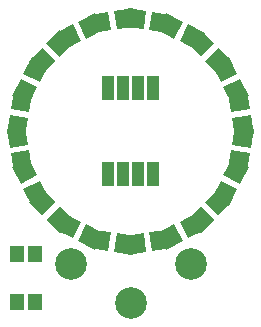
<source format=gbr>
G04 #@! TF.FileFunction,Soldermask,Top*
%FSLAX46Y46*%
G04 Gerber Fmt 4.6, Leading zero omitted, Abs format (unit mm)*
G04 Created by KiCad (PCBNEW 4.0.5) date Sat Apr  1 12:10:48 2017*
%MOMM*%
%LPD*%
G01*
G04 APERTURE LIST*
%ADD10C,0.100000*%
%ADD11R,1.050000X2.100000*%
%ADD12R,1.300000X1.400000*%
%ADD13C,2.686000*%
G04 APERTURE END LIST*
D10*
G36*
X169535237Y-91117435D02*
X169785357Y-89538239D01*
X171364553Y-89788359D01*
X171114433Y-91367555D01*
X169535237Y-91117435D01*
X169535237Y-91117435D01*
G37*
G36*
X171607447Y-91445641D02*
X171857567Y-89866445D01*
X173436763Y-90116565D01*
X173186643Y-91695761D01*
X171607447Y-91445641D01*
X171607447Y-91445641D01*
G37*
G36*
X172303072Y-91408523D02*
X173028948Y-89983911D01*
X174453560Y-90709787D01*
X173727684Y-92134399D01*
X172303072Y-91408523D01*
X172303072Y-91408523D01*
G37*
G36*
X174172440Y-92361013D02*
X174898316Y-90936401D01*
X176322928Y-91662277D01*
X175597052Y-93086889D01*
X174172440Y-92361013D01*
X174172440Y-92361013D01*
G37*
G36*
X174845652Y-92540731D02*
X175976231Y-91410152D01*
X177106810Y-92540731D01*
X175976231Y-93671310D01*
X174845652Y-92540731D01*
X174845652Y-92540731D01*
G37*
G36*
X176329190Y-94024269D02*
X177459769Y-92893690D01*
X178590348Y-94024269D01*
X177459769Y-95154848D01*
X176329190Y-94024269D01*
X176329190Y-94024269D01*
G37*
G36*
X176913511Y-94403048D02*
X178338123Y-93677172D01*
X179063999Y-95101784D01*
X177639387Y-95827660D01*
X176913511Y-94403048D01*
X176913511Y-94403048D01*
G37*
G36*
X177866001Y-96272416D02*
X179290613Y-95546540D01*
X180016489Y-96971152D01*
X178591877Y-97697028D01*
X177866001Y-96272416D01*
X177866001Y-96272416D01*
G37*
G36*
X178304239Y-96813257D02*
X179883435Y-96563137D01*
X180133555Y-98142333D01*
X178554359Y-98392453D01*
X178304239Y-96813257D01*
X178304239Y-96813257D01*
G37*
G36*
X178632445Y-98885467D02*
X180211641Y-98635347D01*
X180461761Y-100214543D01*
X178882565Y-100464663D01*
X178632445Y-98885467D01*
X178632445Y-98885467D01*
G37*
G36*
X178882565Y-99535237D02*
X180461761Y-99785357D01*
X180211641Y-101364553D01*
X178632445Y-101114433D01*
X178882565Y-99535237D01*
X178882565Y-99535237D01*
G37*
G36*
X178554359Y-101607447D02*
X180133555Y-101857567D01*
X179883435Y-103436763D01*
X178304239Y-103186643D01*
X178554359Y-101607447D01*
X178554359Y-101607447D01*
G37*
G36*
X178591877Y-102303072D02*
X180016489Y-103028948D01*
X179290613Y-104453560D01*
X177866001Y-103727684D01*
X178591877Y-102303072D01*
X178591877Y-102303072D01*
G37*
G36*
X177639387Y-104172440D02*
X179063999Y-104898316D01*
X178338123Y-106322928D01*
X176913511Y-105597052D01*
X177639387Y-104172440D01*
X177639387Y-104172440D01*
G37*
G36*
X177459769Y-104845652D02*
X178590348Y-105976231D01*
X177459769Y-107106810D01*
X176329190Y-105976231D01*
X177459769Y-104845652D01*
X177459769Y-104845652D01*
G37*
G36*
X175976231Y-106329190D02*
X177106810Y-107459769D01*
X175976231Y-108590348D01*
X174845652Y-107459769D01*
X175976231Y-106329190D01*
X175976231Y-106329190D01*
G37*
G36*
X175597052Y-106913511D02*
X176322928Y-108338123D01*
X174898316Y-109063999D01*
X174172440Y-107639387D01*
X175597052Y-106913511D01*
X175597052Y-106913511D01*
G37*
G36*
X173727684Y-107866001D02*
X174453560Y-109290613D01*
X173028948Y-110016489D01*
X172303072Y-108591877D01*
X173727684Y-107866001D01*
X173727684Y-107866001D01*
G37*
G36*
X173186643Y-108304239D02*
X173436763Y-109883435D01*
X171857567Y-110133555D01*
X171607447Y-108554359D01*
X173186643Y-108304239D01*
X173186643Y-108304239D01*
G37*
G36*
X171114433Y-108632445D02*
X171364553Y-110211641D01*
X169785357Y-110461761D01*
X169535237Y-108882565D01*
X171114433Y-108632445D01*
X171114433Y-108632445D01*
G37*
G36*
X170464763Y-108882565D02*
X170214643Y-110461761D01*
X168635447Y-110211641D01*
X168885567Y-108632445D01*
X170464763Y-108882565D01*
X170464763Y-108882565D01*
G37*
G36*
X168392553Y-108554359D02*
X168142433Y-110133555D01*
X166563237Y-109883435D01*
X166813357Y-108304239D01*
X168392553Y-108554359D01*
X168392553Y-108554359D01*
G37*
G36*
X167696928Y-108591877D02*
X166971052Y-110016489D01*
X165546440Y-109290613D01*
X166272316Y-107866001D01*
X167696928Y-108591877D01*
X167696928Y-108591877D01*
G37*
G36*
X165827560Y-107639387D02*
X165101684Y-109063999D01*
X163677072Y-108338123D01*
X164402948Y-106913511D01*
X165827560Y-107639387D01*
X165827560Y-107639387D01*
G37*
G36*
X165154348Y-107459769D02*
X164023769Y-108590348D01*
X162893190Y-107459769D01*
X164023769Y-106329190D01*
X165154348Y-107459769D01*
X165154348Y-107459769D01*
G37*
G36*
X163670810Y-105976231D02*
X162540231Y-107106810D01*
X161409652Y-105976231D01*
X162540231Y-104845652D01*
X163670810Y-105976231D01*
X163670810Y-105976231D01*
G37*
G36*
X163086489Y-105597052D02*
X161661877Y-106322928D01*
X160936001Y-104898316D01*
X162360613Y-104172440D01*
X163086489Y-105597052D01*
X163086489Y-105597052D01*
G37*
G36*
X162133999Y-103727684D02*
X160709387Y-104453560D01*
X159983511Y-103028948D01*
X161408123Y-102303072D01*
X162133999Y-103727684D01*
X162133999Y-103727684D01*
G37*
G36*
X161695761Y-103186643D02*
X160116565Y-103436763D01*
X159866445Y-101857567D01*
X161445641Y-101607447D01*
X161695761Y-103186643D01*
X161695761Y-103186643D01*
G37*
G36*
X161367555Y-101114433D02*
X159788359Y-101364553D01*
X159538239Y-99785357D01*
X161117435Y-99535237D01*
X161367555Y-101114433D01*
X161367555Y-101114433D01*
G37*
G36*
X161117435Y-100464663D02*
X159538239Y-100214543D01*
X159788359Y-98635347D01*
X161367555Y-98885467D01*
X161117435Y-100464663D01*
X161117435Y-100464663D01*
G37*
G36*
X161445641Y-98392453D02*
X159866445Y-98142333D01*
X160116565Y-96563137D01*
X161695761Y-96813257D01*
X161445641Y-98392453D01*
X161445641Y-98392453D01*
G37*
G36*
X161408123Y-97697028D02*
X159983511Y-96971152D01*
X160709387Y-95546540D01*
X162133999Y-96272416D01*
X161408123Y-97697028D01*
X161408123Y-97697028D01*
G37*
G36*
X162360613Y-95827660D02*
X160936001Y-95101784D01*
X161661877Y-93677172D01*
X163086489Y-94403048D01*
X162360613Y-95827660D01*
X162360613Y-95827660D01*
G37*
G36*
X162540231Y-95154848D02*
X161409652Y-94024269D01*
X162540231Y-92893690D01*
X163670810Y-94024269D01*
X162540231Y-95154848D01*
X162540231Y-95154848D01*
G37*
G36*
X164023769Y-93671310D02*
X162893190Y-92540731D01*
X164023769Y-91410152D01*
X165154348Y-92540731D01*
X164023769Y-93671310D01*
X164023769Y-93671310D01*
G37*
G36*
X164402948Y-93086889D02*
X163677072Y-91662277D01*
X165101684Y-90936401D01*
X165827560Y-92361013D01*
X164402948Y-93086889D01*
X164402948Y-93086889D01*
G37*
G36*
X166272316Y-92134399D02*
X165546440Y-90709787D01*
X166971052Y-89983911D01*
X167696928Y-91408523D01*
X166272316Y-92134399D01*
X166272316Y-92134399D01*
G37*
G36*
X166813357Y-91695761D02*
X166563237Y-90116565D01*
X168142433Y-89866445D01*
X168392553Y-91445641D01*
X166813357Y-91695761D01*
X166813357Y-91695761D01*
G37*
G36*
X168885567Y-91367555D02*
X168635447Y-89788359D01*
X170214643Y-89538239D01*
X170464763Y-91117435D01*
X168885567Y-91367555D01*
X168885567Y-91367555D01*
G37*
D11*
X168148000Y-103599000D03*
X169418000Y-103599000D03*
X170688000Y-103599000D03*
X171958000Y-103599000D03*
X171958000Y-96299000D03*
X170688000Y-96299000D03*
X169418000Y-96299000D03*
X168148000Y-96299000D03*
D12*
X160363000Y-114445000D03*
X161963000Y-114445000D03*
X160363000Y-110345000D03*
X161963000Y-110345000D03*
D13*
X164973000Y-111252000D03*
X175133000Y-111252000D03*
X170053000Y-114554000D03*
M02*

</source>
